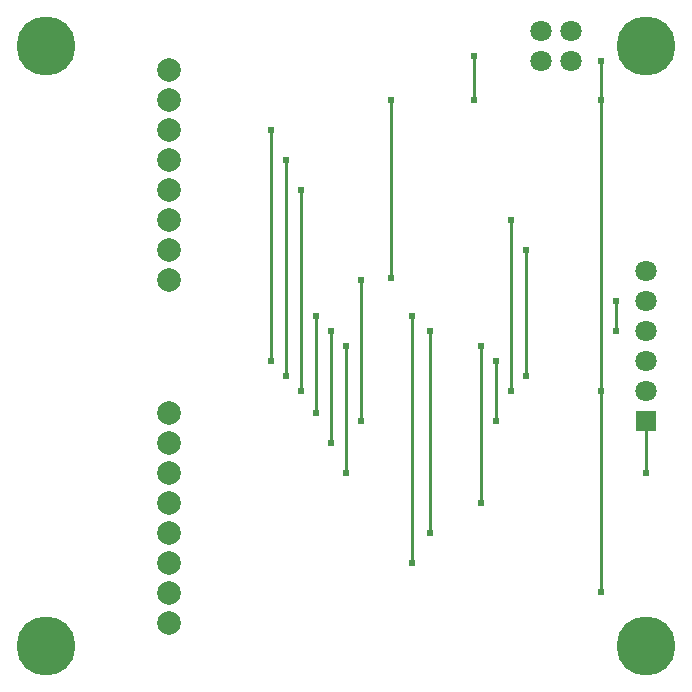
<source format=gbl>
G04 Layer: BottomLayer*
G04 EasyEDA v6.5.29, 2023-07-18 11:26:45*
G04 cfaeab296f654171ba214e89deb0133b,5a6b42c53f6a479593ecc07194224c93,10*
G04 Gerber Generator version 0.2*
G04 Scale: 100 percent, Rotated: No, Reflected: No *
G04 Dimensions in millimeters *
G04 leading zeros omitted , absolute positions ,4 integer and 5 decimal *
%FSLAX45Y45*%
%MOMM*%

%ADD10C,0.2540*%
%ADD11C,1.8000*%
%ADD12R,1.8000X1.8000*%
%ADD13C,5.0000*%
%ADD14C,2.0000*%
%ADD15C,0.6096*%

%LPD*%
D10*
X4000500Y5372100D02*
G01*
X4000500Y5006594D01*
X5080000Y5334000D02*
G01*
X5083581Y5010175D01*
X5080000Y5006594D01*
X2286000Y4752596D02*
G01*
X2286000Y2794000D01*
X2413000Y4498596D02*
G01*
X2413000Y2667000D01*
X2540000Y4244596D02*
G01*
X2540000Y2540000D01*
X2667000Y2352296D02*
G01*
X2667000Y3175000D01*
X2794000Y2098296D02*
G01*
X2794000Y3048000D01*
X2921000Y1844296D02*
G01*
X2921000Y2921000D01*
X4318000Y3990596D02*
G01*
X4318000Y2540000D01*
X4445000Y3736596D02*
G01*
X4445000Y2667000D01*
X3632200Y1336296D02*
G01*
X3632200Y3048000D01*
X3479800Y1082296D02*
G01*
X3479800Y3175000D01*
X3048000Y3482596D02*
G01*
X3048000Y2286000D01*
X4191000Y2286000D02*
G01*
X4191000Y2794000D01*
X3302000Y3492500D02*
G01*
X3302000Y5006594D01*
X4064000Y1590296D02*
G01*
X4064000Y2921000D01*
X5080000Y5006596D02*
G01*
X5080000Y2540000D01*
X5207000Y3048000D02*
G01*
X5207000Y3302000D01*
X5461000Y1844296D02*
G01*
X5461000Y2286000D01*
X5080000Y2540000D02*
G01*
X5080000Y838200D01*
D11*
G01*
X5461000Y3556000D03*
G01*
X5461000Y3302000D03*
G01*
X5461000Y3048000D03*
G01*
X5461000Y2794000D03*
G01*
X5461000Y2540000D03*
D12*
G01*
X5461000Y2286000D03*
D13*
G01*
X5461000Y381000D03*
G01*
X381000Y381000D03*
G01*
X381000Y5461000D03*
G01*
X5461000Y5461000D03*
D14*
G01*
X1418793Y5260594D03*
G01*
X1418793Y5006594D03*
G01*
X1418793Y4752594D03*
G01*
X1418793Y4498594D03*
G01*
X1418793Y4244594D03*
G01*
X1418793Y3990594D03*
G01*
X1418793Y3736594D03*
G01*
X1418793Y3482594D03*
G01*
X1418818Y574294D03*
G01*
X1418818Y828294D03*
G01*
X1418818Y1082294D03*
G01*
X1418818Y1336294D03*
G01*
X1418818Y1590294D03*
G01*
X1418818Y1844294D03*
G01*
X1418818Y2098294D03*
G01*
X1418818Y2352294D03*
D11*
G01*
X4826000Y5588000D03*
G01*
X4826000Y5334000D03*
G01*
X4572000Y5334000D03*
G01*
X4572000Y5588000D03*
D15*
G01*
X2286000Y4752594D03*
G01*
X2286000Y2794000D03*
G01*
X2413000Y4498594D03*
G01*
X2413000Y2667000D03*
G01*
X2540000Y4244594D03*
G01*
X2540000Y2540000D03*
G01*
X2667000Y2352294D03*
G01*
X2667000Y3175000D03*
G01*
X2794000Y2098294D03*
G01*
X2794000Y3048000D03*
G01*
X2921000Y1844294D03*
G01*
X2921000Y2921000D03*
G01*
X4318000Y3990594D03*
G01*
X4318000Y2540000D03*
G01*
X4445000Y3736594D03*
G01*
X4445000Y2667000D03*
G01*
X3632200Y1336294D03*
G01*
X3632200Y3048000D03*
G01*
X3479800Y1082294D03*
G01*
X3479800Y3175000D03*
G01*
X3048000Y3482594D03*
G01*
X3048000Y2286000D03*
G01*
X4191000Y2286000D03*
G01*
X4191000Y2794000D03*
G01*
X5080000Y5006594D03*
G01*
X3302000Y3492500D03*
G01*
X3302000Y5006594D03*
G01*
X4064000Y1590294D03*
G01*
X4064000Y2921000D03*
G01*
X5080000Y2540000D03*
G01*
X5207000Y3048000D03*
G01*
X5207000Y3302000D03*
G01*
X5461000Y1844294D03*
G01*
X4000500Y5372100D03*
G01*
X5080000Y5334000D03*
G01*
X4000500Y5006594D03*
G01*
X5080000Y838200D03*
M02*

</source>
